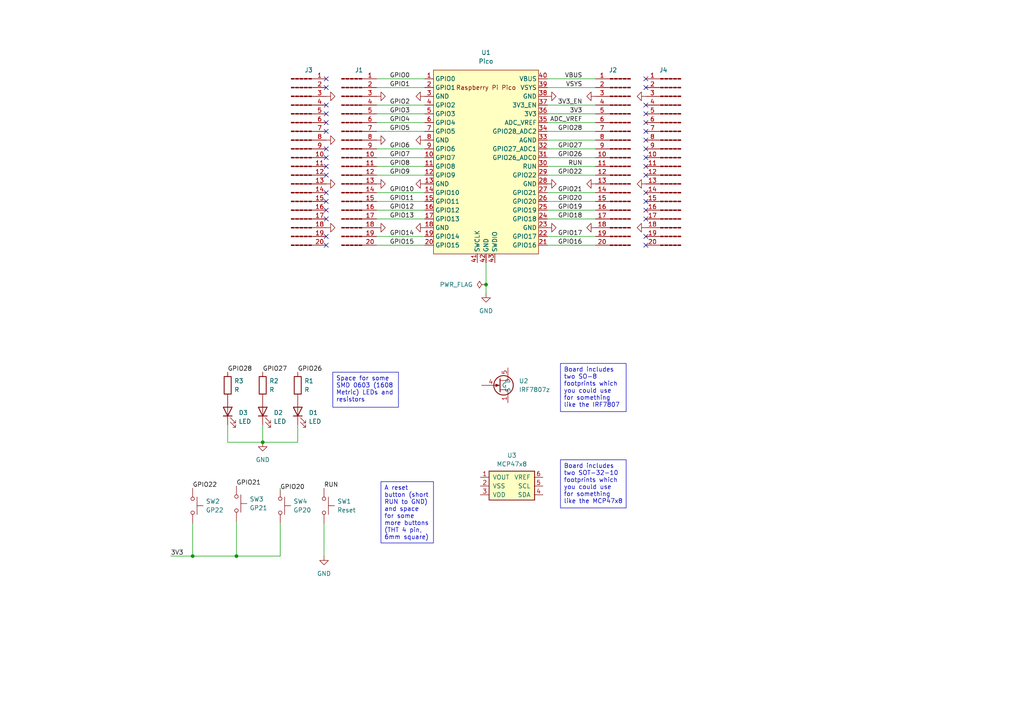
<source format=kicad_sch>
(kicad_sch (version 20230121) (generator eeschema)
  (paper "A4")
  (lib_symbols
    (symbol "0New_Library:MCP47x8" (pin_names (offset 1.016))
      (property "Reference" "U" (at -6.731 5.334 0))
      (property "Value" "MCP47x8" (at 6.477 5.334 0))
      (symbol "MCP47x8_0_1"
        (rectangle (start -6.731 4.318) (end 6.477 -4.064) (stroke (width 0.254)) (fill (type background)))
      )
      (symbol "MCP47x8_1_1"
        (pin power_out line (at -9.271 2.54 0) (length 2.54) (name "VOUT") (number "1"))
        (pin power_in line (at -9.271 0 0) (length 2.54) (name "VSS") (number "2"))
        (pin power_in line (at -9.271 -2.54 0) (length 2.54) (name "VDD") (number "3"))
        (pin input line (at 8.89 -2.54 180) (length 2.54) (name "SDA") (number "4"))
        (pin input line (at 8.89 0 180) (length 2.54) (name "SCL") (number "5"))
        (pin input line (at 8.89 2.54 180) (length 2.54) (name "VREF") (number "6"))
      )
    )
    (symbol "Device:LED" (pin_numbers hide) (pin_names (offset 1.016) hide)
      (property "Reference" "D" (at 0 2.54 0))
      (property "Value" "LED" (at 0 -2.54 0))
      (symbol "LED_0_1"
        (polyline (pts (xy -1.27 -1.27) (xy -1.27 1.27)) (stroke (width 0.254)))
        (polyline (pts (xy -1.27 0) (xy 1.27 0)))
        (polyline (pts (xy 1.27 -1.27) (xy 1.27 1.27) (xy -1.27 0) (xy 1.27 -1.27)) (stroke (width 0.254)))
        (polyline (pts (xy -3.048 -0.762) (xy -4.572 -2.286) (xy -3.81 -2.286) (xy -4.572 -2.286) (xy -4.572 -1.524)))
        (polyline (pts (xy -1.778 -0.762) (xy -3.302 -2.286) (xy -2.54 -2.286) (xy -3.302 -2.286) (xy -3.302 -1.524)))
      )
      (symbol "LED_1_1"
        (pin passive line (at -3.81 0 0) (length 2.54) (name "K") (number "1"))
        (pin passive line (at 3.81 0 180) (length 2.54) (name "A") (number "2"))
      )
    )
    (symbol "Device:R" (pin_numbers hide) (pin_names (offset 0))
      (property "Reference" "R" (at 2.032 0 90))
      (property "Value" "R" (at 0 0 90))
      (symbol "R_0_1"
        (rectangle (start -1.016 -2.54) (end 1.016 2.54) (stroke (width 0.254)))
      )
      (symbol "R_1_1"
        (pin passive line (at 0 3.81 270) (length 1.27) (name "~") (number "1"))
        (pin passive line (at 0 -3.81 90) (length 1.27) (name "~") (number "2"))
      )
    )
    (symbol "MCU_RaspberryPi_and_Boards:Pico"
      (property "Reference" "U" (at -13.97 27.94 0))
      (property "Value" "Pico" (at 0 19.05 0))
      (symbol "Pico_0_0"
        (text "Raspberry Pi Pico" (at 0 21.59 0) (effects (font (size 1.27 1.27))))
      )
      (symbol "Pico_0_1"
        (rectangle (start -15.24 26.67) (end 15.24 -26.67) (fill (type background)))
      )
      (symbol "Pico_1_1"
        (pin bidirectional line (at -17.78 24.13 0) (length 2.54) (name "GPIO0") (number "1"))
        (pin bidirectional line (at -17.78 1.27 0) (length 2.54) (name "GPIO7") (number "10"))
        (pin bidirectional line (at -17.78 -1.27 0) (length 2.54) (name "GPIO8") (number "11"))
        (pin bidirectional line (at -17.78 -3.81 0) (length 2.54) (name "GPIO9") (number "12"))
        (pin power_in line (at -17.78 -6.35 0) (length 2.54) (name "GND") (number "13"))
        (pin bidirectional line (at -17.78 -8.89 0) (length 2.54) (name "GPIO10") (number "14"))
        (pin bidirectional line (at -17.78 -11.43 0) (length 2.54) (name "GPIO11") (number "15"))
        (pin bidirectional line (at -17.78 -13.97 0) (length 2.54) (name "GPIO12") (number "16"))
        (pin bidirectional line (at -17.78 -16.51 0) (length 2.54) (name "GPIO13") (number "17"))
        (pin power_in line (at -17.78 -19.05 0) (length 2.54) (name "GND") (number "18"))
        (pin bidirectional line (at -17.78 -21.59 0) (length 2.54) (name "GPIO14") (number "19"))
        (pin bidirectional line (at -17.78 21.59 0) (length 2.54) (name "GPIO1") (number "2"))
        (pin bidirectional line (at -17.78 -24.13 0) (length 2.54) (name "GPIO15") (number "20"))
        (pin bidirectional line (at 17.78 -24.13 180) (length 2.54) (name "GPIO16") (number "21"))
        (pin bidirectional line (at 17.78 -21.59 180) (length 2.54) (name "GPIO17") (number "22"))
        (pin power_in line (at 17.78 -19.05 180) (length 2.54) (name "GND") (number "23"))
        (pin bidirectional line (at 17.78 -16.51 180) (length 2.54) (name "GPIO18") (number "24"))
        (pin bidirectional line (at 17.78 -13.97 180) (length 2.54) (name "GPIO19") (number "25"))
        (pin bidirectional line (at 17.78 -11.43 180) (length 2.54) (name "GPIO20") (number "26"))
        (pin bidirectional line (at 17.78 -8.89 180) (length 2.54) (name "GPIO21") (number "27"))
        (pin power_in line (at 17.78 -6.35 180) (length 2.54) (name "GND") (number "28"))
        (pin bidirectional line (at 17.78 -3.81 180) (length 2.54) (name "GPIO22") (number "29"))
        (pin power_in line (at -17.78 19.05 0) (length 2.54) (name "GND") (number "3"))
        (pin input line (at 17.78 -1.27 180) (length 2.54) (name "RUN") (number "30"))
        (pin bidirectional line (at 17.78 1.27 180) (length 2.54) (name "GPIO26_ADC0") (number "31"))
        (pin bidirectional line (at 17.78 3.81 180) (length 2.54) (name "GPIO27_ADC1") (number "32"))
        (pin power_in line (at 17.78 6.35 180) (length 2.54) (name "AGND") (number "33"))
        (pin bidirectional line (at 17.78 8.89 180) (length 2.54) (name "GPIO28_ADC2") (number "34"))
        (pin power_in line (at 17.78 11.43 180) (length 2.54) (name "ADC_VREF") (number "35"))
        (pin power_in line (at 17.78 13.97 180) (length 2.54) (name "3V3") (number "36"))
        (pin input line (at 17.78 16.51 180) (length 2.54) (name "3V3_EN") (number "37"))
        (pin bidirectional line (at 17.78 19.05 180) (length 2.54) (name "GND") (number "38"))
        (pin power_in line (at 17.78 21.59 180) (length 2.54) (name "VSYS") (number "39"))
        (pin bidirectional line (at -17.78 16.51 0) (length 2.54) (name "GPIO2") (number "4"))
        (pin power_in line (at 17.78 24.13 180) (length 2.54) (name "VBUS") (number "40"))
        (pin input line (at -2.54 -29.21 90) (length 2.54) (name "SWCLK") (number "41"))
        (pin power_in line (at 0 -29.21 90) (length 2.54) (name "GND") (number "42"))
        (pin bidirectional line (at 2.54 -29.21 90) (length 2.54) (name "SWDIO") (number "43"))
        (pin bidirectional line (at -17.78 13.97 0) (length 2.54) (name "GPIO3") (number "5"))
        (pin bidirectional line (at -17.78 11.43 0) (length 2.54) (name "GPIO4") (number "6"))
        (pin bidirectional line (at -17.78 8.89 0) (length 2.54) (name "GPIO5") (number "7"))
        (pin power_in line (at -17.78 6.35 0) (length 2.54) (name "GND") (number "8"))
        (pin bidirectional line (at -17.78 3.81 0) (length 2.54) (name "GPIO6") (number "9"))
      )
    )
    (symbol "Switch:SW_Push" (pin_numbers hide) (pin_names (offset 1.016) hide)
      (property "Reference" "SW" (at 1.27 2.54 0))
      (property "Value" "SW_Push" (at 0 -1.524 0))
      (symbol "SW_Push_0_1"
        (circle (center -2.032 0) (radius 0.508))
        (polyline (pts (xy 0 1.27) (xy 0 3.048)))
        (polyline (pts (xy 2.54 1.27) (xy -2.54 1.27)))
        (circle (center 2.032 0) (radius 0.508))
        (pin passive line (at -5.08 0 0) (length 2.54) (name "1") (number "1"))
        (pin passive line (at 5.08 0 180) (length 2.54) (name "2") (number "2"))
      )
    )
    (symbol "aNew_Library_0:Conn_05x20_Pin" (pin_names (offset 1.016) hide)
      (property "Reference" "J" (at 0 25.4 0))
      (property "Value" "Conn_05x20_Pin" (at 0 -27.94 0))
      (symbol "Conn_05x20_Pin_1_1"
        (rectangle (start -5.08 -25.273) (end -4.2164 -25.527) (stroke (width 0.1524)) (fill (type outline)))
        (rectangle (start -5.08 0.127) (end -4.2164 -0.127) (stroke (width 0.1524)) (fill (type outline)))
        (rectangle (start -4.2164 -22.733) (end -5.08 -22.987) (stroke (width 0.1524)) (fill (type outline)))
        (rectangle (start -4.2164 -20.193) (end -5.08 -20.447) (stroke (width 0.1524)) (fill (type outline)))
        (rectangle (start -4.2164 -17.653) (end -5.08 -17.907) (stroke (width 0.1524)) (fill (type outline)))
        (rectangle (start -4.2164 -15.113) (end -5.08 -15.367) (stroke (width 0.1524)) (fill (type outline)))
        (rectangle (start -4.2164 -12.573) (end -5.08 -12.827) (stroke (width 0.1524)) (fill (type outline)))
        (rectangle (start -4.2164 -10.033) (end -5.08 -10.287) (stroke (width 0.1524)) (fill (type outline)))
        (rectangle (start -4.2164 -7.493) (end -5.08 -7.747) (stroke (width 0.1524)) (fill (type outline)))
        (rectangle (start -4.2164 -4.953) (end -5.08 -5.207) (stroke (width 0.1524)) (fill (type outline)))
        (rectangle (start -4.2164 -2.413) (end -5.08 -2.667) (stroke (width 0.1524)) (fill (type outline)))
        (rectangle (start -4.2164 2.667) (end -5.08 2.413) (stroke (width 0.1524)) (fill (type outline)))
        (rectangle (start -4.2164 5.207) (end -5.08 4.953) (stroke (width 0.1524)) (fill (type outline)))
        (rectangle (start -4.2164 7.747) (end -5.08 7.493) (stroke (width 0.1524)) (fill (type outline)))
        (rectangle (start -4.2164 10.287) (end -5.08 10.033) (stroke (width 0.1524)) (fill (type outline)))
        (rectangle (start -4.2164 12.827) (end -5.08 12.573) (stroke (width 0.1524)) (fill (type outline)))
        (rectangle (start -4.2164 15.367) (end -5.08 15.113) (stroke (width 0.1524)) (fill (type outline)))
        (rectangle (start -4.2164 17.907) (end -5.08 17.653) (stroke (width 0.1524)) (fill (type outline)))
        (rectangle (start -4.2164 20.447) (end -5.08 20.193) (stroke (width 0.1524)) (fill (type outline)))
        (rectangle (start -4.2164 22.987) (end -5.08 22.733) (stroke (width 0.1524)) (fill (type outline)))
        (rectangle (start -3.81 -25.273) (end -2.9464 -25.527) (stroke (width 0.1524)) (fill (type outline)))
        (rectangle (start -3.81 0.127) (end -2.9464 -0.127) (stroke (width 0.1524)) (fill (type outline)))
        (rectangle (start -2.9464 -22.733) (end -3.81 -22.987) (stroke (width 0.1524)) (fill (type outline)))
        (rectangle (start -2.9464 -20.193) (end -3.81 -20.447) (stroke (width 0.1524)) (fill (type outline)))
        (rectangle (start -2.9464 -17.653) (end -3.81 -17.907) (stroke (width 0.1524)) (fill (type outline)))
        (rectangle (start -2.9464 -15.113) (end -3.81 -15.367) (stroke (width 0.1524)) (fill (type outline)))
        (rectangle (start -2.9464 -12.573) (end -3.81 -12.827) (stroke (width 0.1524)) (fill (type outline)))
        (rectangle (start -2.9464 -10.033) (end -3.81 -10.287) (stroke (width 0.1524)) (fill (type outline)))
        (rectangle (start -2.9464 -7.493) (end -3.81 -7.747) (stroke (width 0.1524)) (fill (type outline)))
        (rectangle (start -2.9464 -4.953) (end -3.81 -5.207) (stroke (width 0.1524)) (fill (type outline)))
        (rectangle (start -2.9464 -2.413) (end -3.81 -2.667) (stroke (width 0.1524)) (fill (type outline)))
        (rectangle (start -2.9464 2.667) (end -3.81 2.413) (stroke (width 0.1524)) (fill (type outline)))
        (rectangle (start -2.9464 5.207) (end -3.81 4.953) (stroke (width 0.1524)) (fill (type outline)))
        (rectangle (start -2.9464 7.747) (end -3.81 7.493) (stroke (width 0.1524)) (fill (type outline)))
        (rectangle (start -2.9464 10.287) (end -3.81 10.033) (stroke (width 0.1524)) (fill (type outline)))
        (rectangle (start -2.9464 12.827) (end -3.81 12.573) (stroke (width 0.1524)) (fill (type outline)))
        (rectangle (start -2.9464 15.367) (end -3.81 15.113) (stroke (width 0.1524)) (fill (type outline)))
        (rectangle (start -2.9464 17.907) (end -3.81 17.653) (stroke (width 0.1524)) (fill (type outline)))
        (rectangle (start -2.9464 20.447) (end -3.81 20.193) (stroke (width 0.1524)) (fill (type outline)))
        (rectangle (start -2.9464 22.987) (end -3.81 22.733) (stroke (width 0.1524)) (fill (type outline)))
        (rectangle (start -2.54 -25.273) (end -1.6764 -25.527) (stroke (width 0.1524)) (fill (type outline)))
        (rectangle (start -2.54 0.127) (end -1.6764 -0.127) (stroke (width 0.1524)) (fill (type outline)))
        (rectangle (start -1.6764 -22.733) (end -2.54 -22.987) (stroke (width 0.1524)) (fill (type outline)))
        (rectangle (start -1.6764 -20.193) (end -2.54 -20.447) (stroke (width 0.1524)) (fill (type outline)))
        (rectangle (start -1.6764 -17.653) (end -2.54 -17.907) (stroke (width 0.1524)) (fill (type outline)))
        (rectangle (start -1.6764 -15.113) (end -2.54 -15.367) (stroke (width 0.1524)) (fill (type outline)))
        (rectangle (start -1.6764 -12.573) (end -2.54 -12.827) (stroke (width 0.1524)) (fill (type outline)))
        (rectangle (start -1.6764 -10.033) (end -2.54 -10.287) (stroke (width 0.1524)) (fill (type outline)))
        (rectangle (start -1.6764 -7.493) (end -2.54 -7.747) (stroke (width 0.1524)) (fill (type outline)))
        (rectangle (start -1.6764 -4.953) (end -2.54 -5.207) (stroke (width 0.1524)) (fill (type outline)))
        (rectangle (start -1.6764 -2.413) (end -2.54 -2.667) (stroke (width 0.1524)) (fill (type outline)))
        (rectangle (start -1.6764 2.667) (end -2.54 2.413) (stroke (width 0.1524)) (fill (type outline)))
        (rectangle (start -1.6764 5.207) (end -2.54 4.953) (stroke (width 0.1524)) (fill (type outline)))
        (rectangle (start -1.6764 7.747) (end -2.54 7.493) (stroke (width 0.1524)) (fill (type outline)))
        (rectangle (start -1.6764 10.287) (end -2.54 10.033) (stroke (width 0.1524)) (fill (type outline)))
        (rectangle (start -1.6764 12.827) (end -2.54 12.573) (stroke (width 0.1524)) (fill (type outline)))
        (rectangle (start -1.6764 15.367) (end -2.54 15.113) (stroke (width 0.1524)) (fill (type outline)))
        (rectangle (start -1.6764 17.907) (end -2.54 17.653) (stroke (width 0.1524)) (fill (type outline)))
        (rectangle (start -1.6764 20.447) (end -2.54 20.193) (stroke (width 0.1524)) (fill (type outline)))
        (rectangle (start -1.6764 22.987) (end -2.54 22.733) (stroke (width 0.1524)) (fill (type outline)))
        (rectangle (start -1.27 -25.273) (end -0.4064 -25.527) (stroke (width 0.1524)) (fill (type outline)))
        (rectangle (start -1.27 0.127) (end -0.4064 -0.127) (stroke (width 0.1524)) (fill (type outline)))
        (rectangle (start -0.4064 -22.733) (end -1.27 -22.987) (stroke (width 0.1524)) (fill (type outline)))
        (rectangle (start -0.4064 -20.193) (end -1.27 -20.447) (stroke (width 0.1524)) (fill (type outline)))
        (rectangle (start -0.4064 -17.653) (end -1.27 -17.907) (stroke (width 0.1524)) (fill (type outline)))
        (rectangle (start -0.4064 -15.113) (end -1.27 -15.367) (stroke (width 0.1524)) (fill (type outline)))
        (rectangle (start -0.4064 -12.573) (end -1.27 -12.827) (stroke (width 0.1524)) (fill (type outline)))
        (rectangle (start -0.4064 -10.033) (end -1.27 -10.287) (stroke (width 0.1524)) (fill (type outline)))
        (rectangle (start -0.4064 -7.493) (end -1.27 -7.747) (stroke (width 0.1524)) (fill (type outline)))
        (rectangle (start -0.4064 -4.953) (end -1.27 -5.207) (stroke (width 0.1524)) (fill (type outline)))
        (rectangle (start -0.4064 -2.413) (end -1.27 -2.667) (stroke (width 0.1524)) (fill (type outline)))
        (rectangle (start -0.4064 2.667) (end -1.27 2.413) (stroke (width 0.1524)) (fill (type outline)))
        (rectangle (start -0.4064 5.207) (end -1.27 4.953) (stroke (width 0.1524)) (fill (type outline)))
        (rectangle (start -0.4064 7.747) (end -1.27 7.493) (stroke (width 0.1524)) (fill (type outline)))
        (rectangle (start -0.4064 10.287) (end -1.27 10.033) (stroke (width 0.1524)) (fill (type outline)))
        (rectangle (start -0.4064 12.827) (end -1.27 12.573) (stroke (width 0.1524)) (fill (type outline)))
        (rectangle (start -0.4064 15.367) (end -1.27 15.113) (stroke (width 0.1524)) (fill (type outline)))
        (rectangle (start -0.4064 17.907) (end -1.27 17.653) (stroke (width 0.1524)) (fill (type outline)))
        (rectangle (start -0.4064 20.447) (end -1.27 20.193) (stroke (width 0.1524)) (fill (type outline)))
        (rectangle (start -0.4064 22.987) (end -1.27 22.733) (stroke (width 0.1524)) (fill (type outline)))
        (rectangle (start 0 -25.273) (end 0.8636 -25.527) (stroke (width 0.1524)) (fill (type outline)))
        (polyline (pts (xy -3.81 -25.4) (xy -4.2164 -25.4)) (stroke (width 0.1524)))
        (polyline (pts (xy -3.81 -22.86) (xy -4.2164 -22.86)) (stroke (width 0.1524)))
        (polyline (pts (xy -3.81 -20.32) (xy -4.2164 -20.32)) (stroke (width 0.1524)))
        (polyline (pts (xy -3.81 -17.78) (xy -4.2164 -17.78)) (stroke (width 0.1524)))
        (polyline (pts (xy -3.81 -15.24) (xy -4.2164 -15.24)) (stroke (width 0.1524)))
        (polyline (pts (xy -3.81 -12.7) (xy -4.2164 -12.7)) (stroke (width 0.1524)))
        (polyline (pts (xy -3.81 -10.16) (xy -4.2164 -10.16)) (stroke (width 0.1524)))
        (polyline (pts (xy -3.81 -7.62) (xy -4.2164 -7.62)) (stroke (width 0.1524)))
        (polyline (pts (xy -3.81 -5.08) (xy -4.2164 -5.08)) (stroke (width 0.1524)))
        (polyline (pts (xy -3.81 -2.54) (xy -4.2164 -2.54)) (stroke (width 0.1524)))
        (polyline (pts (xy -3.81 0) (xy -4.2164 0)) (stroke (width 0.1524)))
        (polyline (pts (xy -3.81 2.54) (xy -4.2164 2.54)) (stroke (width 0.1524)))
        (polyline (pts (xy -3.81 5.08) (xy -4.2164 5.08)) (stroke (width 0.1524)))
        (polyline (pts (xy -3.81 7.62) (xy -4.2164 7.62)) (stroke (width 0.1524)))
        (polyline (pts (xy -3.81 10.16) (xy -4.2164 10.16)) (stroke (width 0.1524)))
        (polyline (pts (xy -3.81 12.7) (xy -4.2164 12.7)) (stroke (width 0.1524)))
        (polyline (pts (xy -3.81 15.24) (xy -4.2164 15.24)) (stroke (width 0.1524)))
        (polyline (pts (xy -3.81 17.78) (xy -4.2164 17.78)) (stroke (width 0.1524)))
        (polyline (pts (xy -3.81 20.32) (xy -4.2164 20.32)) (stroke (width 0.1524)))
        (polyline (pts (xy -3.81 22.86) (xy -4.2164 22.86)) (stroke (width 0.1524)))
        (polyline (pts (xy -2.54 -25.4) (xy -2.9464 -25.4)) (stroke (width 0.1524)))
        (polyline (pts (xy -2.54 -22.86) (xy -2.9464 -22.86)) (stroke (width 0.1524)))
        (polyline (pts (xy -2.54 -20.32) (xy -2.9464 -20.32)) (stroke (width 0.1524)))
        (polyline (pts (xy -2.54 -17.78) (xy -2.9464 -17.78)) (stroke (width 0.1524)))
        (polyline (pts (xy -2.54 -15.24) (xy -2.9464 -15.24)) (stroke (width 0.1524)))
        (polyline (pts (xy -2.54 -12.7) (xy -2.9464 -12.7)) (stroke (width 0.1524)))
        (polyline (pts (xy -2.54 -10.16) (xy -2.9464 -10.16)) (stroke (width 0.1524)))
        (polyline (pts (xy -2.54 -7.62) (xy -2.9464 -7.62)) (stroke (width 0.1524)))
        (polyline (pts (xy -2.54 -5.08) (xy -2.9464 -5.08)) (stroke (width 0.1524)))
        (polyline (pts (xy -2.54 -2.54) (xy -2.9464 -2.54)) (stroke (width 0.1524)))
        (polyline (pts (xy -2.54 0) (xy -2.9464 0)) (stroke (width 0.1524)))
        (polyline (pts (xy -2.54 2.54) (xy -2.9464 2.54)) (stroke (width 0.1524)))
        (polyline (pts (xy -2.54 5.08) (xy -2.9464 5.08)) (stroke (width 0.1524)))
        (polyline (pts (xy -2.54 7.62) (xy -2.9464 7.62)) (stroke (width 0.1524)))
        (polyline (pts (xy -2.54 10.16) (xy -2.9464 10.16)) (stroke (width 0.1524)))
        (polyline (pts (xy -2.54 12.7) (xy -2.9464 12.7)) (stroke (width 0.1524)))
        (polyline (pts (xy -2.54 15.24) (xy -2.9464 15.24)) (stroke (width 0.1524)))
        (polyline (pts (xy -2.54 17.78) (xy -2.9464 17.78)) (stroke (width 0.1524)))
        (polyline (pts (xy -2.54 20.32) (xy -2.9464 20.32)) (stroke (width 0.1524)))
        (polyline (pts (xy -2.54 22.86) (xy -2.9464 22.86)) (stroke (width 0.1524)))
        (polyline (pts (xy -1.27 -25.4) (xy -1.6764 -25.4)) (stroke (width 0.1524)))
        (polyline (pts (xy -1.27 -22.86) (xy -1.6764 -22.86)) (stroke (width 0.1524)))
        (polyline (pts (xy -1.27 -20.32) (xy -1.6764 -20.32)) (stroke (width 0.1524)))
        (polyline (pts (xy -1.27 -17.78) (xy -1.6764 -17.78)) (stroke (width 0.1524)))
        (polyline (pts (xy -1.27 -15.24) (xy -1.6764 -15.24)) (stroke (width 0.1524)))
        (polyline (pts (xy -1.27 -12.7) (xy -1.6764 -12.7)) (stroke (width 0.1524)))
        (polyline (pts (xy -1.27 -10.16) (xy -1.6764 -10.16)) (stroke (width 0.1524)))
        (polyline (pts (xy -1.27 -7.62) (xy -1.6764 -7.62)) (stroke (width 0.1524)))
        (polyline (pts (xy -1.27 -5.08) (xy -1.6764 -5.08)) (stroke (width 0.1524)))
        (polyline (pts (xy -1.27 -2.54) (xy -1.6764 -2.54)) (stroke (width 0.1524)))
        (polyline (pts (xy -1.27 0) (xy -1.6764 0)) (stroke (width 0.1524)))
        (polyline (pts (xy -1.27 2.54) (xy -1.6764 2.54)) (stroke (width 0.1524)))
        (polyline (pts (xy -1.27 5.08) (xy -1.6764 5.08)) (stroke (width 0.1524)))
        (polyline (pts (xy -1.27 7.62) (xy -1.6764 7.62)) (stroke (width 0.1524)))
        (polyline (pts (xy -1.27 10.16) (xy -1.6764 10.16)) (stroke (width 0.1524)))
        (polyline (pts (xy -1.27 12.7) (xy -1.6764 12.7)) (stroke (width 0.1524)))
        (polyline (pts (xy -1.27 15.24) (xy -1.6764 15.24)) (stroke (width 0.1524)))
        (polyline (pts (xy -1.27 17.78) (xy -1.6764 17.78)) (stroke (width 0.1524)))
        (polyline (pts (xy -1.27 20.32) (xy -1.6764 20.32)) (stroke (width 0.1524)))
        (polyline (pts (xy -1.27 22.86) (xy -1.6764 22.86)) (stroke (width 0.1524)))
        (polyline (pts (xy 0 -25.4) (xy -0.4064 -25.4)) (stroke (width 0.1524)))
        (polyline (pts (xy 0 -22.86) (xy -0.4064 -22.86)) (stroke (width 0.1524)))
        (polyline (pts (xy 0 -20.32) (xy -0.4064 -20.32)) (stroke (width 0.1524)))
        (polyline (pts (xy 0 -17.78) (xy -0.4064 -17.78)) (stroke (width 0.1524)))
        (polyline (pts (xy 0 -15.24) (xy -0.4064 -15.24)) (stroke (width 0.1524)))
        (polyline (pts (xy 0 -12.7) (xy -0.4064 -12.7)) (stroke (width 0.1524)))
        (polyline (pts (xy 0 -10.16) (xy -0.4064 -10.16)) (stroke (width 0.1524)))
        (polyline (pts (xy 0 -7.62) (xy -0.4064 -7.62)) (stroke (width 0.1524)))
        (polyline (pts (xy 0 -5.08) (xy -0.4064 -5.08)) (stroke (width 0.1524)))
        (polyline (pts (xy 0 -2.54) (xy -0.4064 -2.54)) (stroke (width 0.1524)))
        (polyline (pts (xy 0 0) (xy -0.4064 0)) (stroke (width 0.1524)))
        (polyline (pts (xy 0 2.54) (xy -0.4064 2.54)) (stroke (width 0.1524)))
        (polyline (pts (xy 0 5.08) (xy -0.4064 5.08)) (stroke (width 0.1524)))
        (polyline (pts (xy 0 7.62) (xy -0.4064 7.62)) (stroke (width 0.1524)))
        (polyline (pts (xy 0 10.16) (xy -0.4064 10.16)) (stroke (width 0.1524)))
        (polyline (pts (xy 0 12.7) (xy -0.4064 12.7)) (stroke (width 0.1524)))
        (polyline (pts (xy 0 15.24) (xy -0.4064 15.24)) (stroke (width 0.1524)))
        (polyline (pts (xy 0 17.78) (xy -0.4064 17.78)) (stroke (width 0.1524)))
        (polyline (pts (xy 0 20.32) (xy -0.4064 20.32)) (stroke (width 0.1524)))
        (polyline (pts (xy 0 22.86) (xy -0.4064 22.86)) (stroke (width 0.1524)))
        (polyline (pts (xy 1.27 -25.4) (xy 0.8636 -25.4)) (stroke (width 0.1524)))
        (polyline (pts (xy 1.27 -22.86) (xy 0.8636 -22.86)) (stroke (width 0.1524)))
        (polyline (pts (xy 1.27 -20.32) (xy 0.8636 -20.32)) (stroke (width 0.1524)))
        (polyline (pts (xy 1.27 -17.78) (xy 0.8636 -17.78)) (stroke (width 0.1524)))
        (polyline (pts (xy 1.27 -15.24) (xy 0.8636 -15.24)) (stroke (width 0.1524)))
        (polyline (pts (xy 1.27 -12.7) (xy 0.8636 -12.7)) (stroke (width 0.1524)))
        (polyline (pts (xy 1.27 -10.16) (xy 0.8636 -10.16)) (stroke (width 0.1524)))
        (polyline (pts (xy 1.27 -7.62) (xy 0.8636 -7.62)) (stroke (width 0.1524)))
        (polyline (pts (xy 1.27 -5.08) (xy 0.8636 -5.08)) (stroke (width 0.1524)))
        (polyline (pts (xy 1.27 -2.54) (xy 0.8636 -2.54)) (stroke (width 0.1524)))
        (polyline (pts (xy 1.27 0) (xy 0.8636 0)) (stroke (width 0.1524)))
        (polyline (pts (xy 1.27 2.54) (xy 0.8636 2.54)) (stroke (width 0.1524)))
        (polyline (pts (xy 1.27 5.08) (xy 0.8636 5.08)) (stroke (width 0.1524)))
        (polyline (pts (xy 1.27 7.62) (xy 0.8636 7.62)) (stroke (width 0.1524)))
        (polyline (pts (xy 1.27 10.16) (xy 0.8636 10.16)) (stroke (width 0.1524)))
        (polyline (pts (xy 1.27 12.7) (xy 0.8636 12.7)) (stroke (width 0.1524)))
        (polyline (pts (xy 1.27 15.24) (xy 0.8636 15.24)) (stroke (width 0.1524)))
        (polyline (pts (xy 1.27 17.78) (xy 0.8636 17.78)) (stroke (width 0.1524)))
        (polyline (pts (xy 1.27 20.32) (xy 0.8636 20.32)) (stroke (width 0.1524)))
        (polyline (pts (xy 1.27 22.86) (xy 0.8636 22.86)) (stroke (width 0.1524)))
        (rectangle (start 0.8636 -22.733) (end 0 -22.987) (stroke (width 0.1524)) (fill (type outline)))
        (rectangle (start 0.8636 -20.193) (end 0 -20.447) (stroke (width 0.1524)) (fill (type outline)))
        (rectangle (start 0.8636 -17.653) (end 0 -17.907) (stroke (width 0.1524)) (fill (type outline)))
        (rectangle (start 0.8636 -15.113) (end 0 -15.367) (stroke (width 0.1524)) (fill (type outline)))
        (rectangle (start 0.8636 -12.573) (end 0 -12.827) (stroke (width 0.1524)) (fill (type outline)))
        (rectangle (start 0.8636 -10.033) (end 0 -10.287) (stroke (width 0.1524)) (fill (type outline)))
        (rectangle (start 0.8636 -7.493) (end 0 -7.747) (stroke (width 0.1524)) (fill (type outline)))
        (rectangle (start 0.8636 -4.953) (end 0 -5.207) (stroke (width 0.1524)) (fill (type outline)))
        (rectangle (start 0.8636 -2.413) (end 0 -2.667) (stroke (width 0.1524)) (fill (type outline)))
        (rectangle (start 0.8636 0.127) (end 0 -0.127) (stroke (width 0.1524)) (fill (type outline)))
        (rectangle (start 0.8636 2.667) (end 0 2.413) (stroke (width 0.1524)) (fill (type outline)))
        (rectangle (start 0.8636 5.207) (end 0 4.953) (stroke (width 0.1524)) (fill (type outline)))
        (rectangle (start 0.8636 7.747) (end 0 7.493) (stroke (width 0.1524)) (fill (type outline)))
        (rectangle (start 0.8636 10.287) (end 0 10.033) (stroke (width 0.1524)) (fill (type outline)))
        (rectangle (start 0.8636 12.827) (end 0 12.573) (stroke (width 0.1524)) (fill (type outline)))
        (rectangle (start 0.8636 15.367) (end 0 15.113) (stroke (width 0.1524)) (fill (type outline)))
        (rectangle (start 0.8636 17.907) (end 0 17.653) (stroke (width 0.1524)) (fill (type outline)))
        (rectangle (start 0.8636 20.447) (end 0 20.193) (stroke (width 0.1524)) (fill (type outline)))
        (rectangle (start 0.8636 22.987) (end 0 22.733) (stroke (width 0.1524)) (fill (type outline)))
        (pin passive line (at 5.08 22.86 180) (length 3.81) (name "Pin_1") (number "1"))
        (pin passive line (at 5.08 0 180) (length 3.81) (name "Pin_10") (number "10"))
        (pin passive line (at 5.08 -2.54 180) (length 3.81) (name "Pin_11") (number "11"))
        (pin passive line (at 5.08 -5.08 180) (length 3.81) (name "Pin_12") (number "12"))
        (pin passive line (at 5.08 -7.62 180) (length 3.81) (name "Pin_13") (number "13"))
        (pin passive line (at 5.08 -10.16 180) (length 3.81) (name "Pin_14") (number "14"))
        (pin passive line (at 5.08 -12.7 180) (length 3.81) (name "Pin_15") (number "15"))
        (pin passive line (at 5.08 -15.24 180) (length 3.81) (name "Pin_16") (number "16"))
        (pin passive line (at 5.08 -17.78 180) (length 3.81) (name "Pin_17") (number "17"))
        (pin passive line (at 5.08 -20.32 180) (length 3.81) (name "Pin_18") (number "18"))
        (pin passive line (at 5.08 -22.86 180) (length 3.81) (name "Pin_19") (number "19"))
        (pin passive line (at 5.08 20.32 180) (length 3.81) (name "Pin_2") (number "2"))
        (pin passive line (at 5.08 -25.4 180) (length 3.81) (name "Pin_20") (number "20"))
        (pin passive line (at 5.08 17.78 180) (length 3.81) (name "Pin_3") (number "3"))
        (pin passive line (at 5.08 15.24 180) (length 3.81) (name "Pin_4") (number "4"))
        (pin passive line (at 5.08 12.7 180) (length 3.81) (name "Pin_5") (number "5"))
        (pin passive line (at 5.08 10.16 180) (length 3.81) (name "Pin_6") (number "6"))
        (pin passive line (at 5.08 7.62 180) (length 3.81) (name "Pin_7") (number "7"))
        (pin passive line (at 5.08 5.08 180) (length 3.81) (name "Pin_8") (number "8"))
        (pin passive line (at 5.08 2.54 180) (length 3.81) (name "Pin_9") (number "9"))
      )
    )
    (symbol "aNew_Library_0:IRF7807z"
      (property "Reference" "U" (at -5.08 5.08 0))
      (property "Value" "IRF7807z" (at -6.35 -3.81 0))
      (symbol "IRF7807z_0_1"
        (polyline (pts (xy -1.016 1.905) (xy -1.016 -1.905) (xy -1.016 -1.905)) (stroke (width 0.254)))
        (polyline (pts (xy 1.27 -2.54) (xy 1.27 -1.27) (xy -1.016 -1.27)))
        (polyline (pts (xy 1.27 2.54) (xy 1.27 1.397) (xy -1.016 1.397)))
        (polyline (pts (xy -1.27 0) (xy -2.286 0.381) (xy -2.286 -0.381) (xy -1.27 0)) (fill (type outline)))
        (circle (center 0 0) (radius 2.8194) (stroke (width 0.254)))
      )
      (symbol "IRF7807z_1_1"
        (pin passive line (at 1.27 -5.08 90) (length 2.54) (name "S") (number "1"))
        (pin input line (at -6.35 0 0) (length 5.334) (name "G") (number "4"))
        (pin passive line (at 1.27 5.08 270) (length 2.54) (name "D") (number "5"))
      )
    )
    (symbol "power:GND" (power) (pin_names (offset 0))
      (property "Value" "GND" (at 0 -3.81 0))
      (symbol "GND_0_1"
        (polyline (pts (xy 0 0) (xy 0 -1.27) (xy 1.27 -1.27) (xy 0 -2.54) (xy -1.27 -1.27) (xy 0 -1.27)))
      )
      (symbol "GND_1_1"
        (pin power_in line (at 0 0 270) (length 0) hide (name "GND") (number "1"))
      )
    )
    (symbol "power:PWR_FLAG" (power) (pin_numbers hide) (pin_names (offset 0) hide)
      (property "Value" "PWR_FLAG" (at 0 3.81 0))
      (symbol "PWR_FLAG_0_0"
        (pin power_out line (at 0 0 90) (length 0) (name "pwr") (number "1"))
      )
      (symbol "PWR_FLAG_0_1"
        (polyline (pts (xy 0 0) (xy 0 1.27) (xy -1.016 1.905) (xy 0 2.54) (xy 1.016 1.905) (xy 0 1.27)))
      )
    )
  )
  (junction (at 55.88 161.29))
  (junction (at 140.97 82.55))
  (junction (at 68.58 161.29))
  (junction (at 76.2 128.27))
  (no_connect (at 187.325 33.02))
  (no_connect (at 94.615 33.02))
  (no_connect (at 94.615 68.58))
  (no_connect (at 187.325 40.64))
  (no_connect (at 94.615 22.86))
  (no_connect (at 94.615 60.96))
  (no_connect (at 187.325 58.42))
  (no_connect (at 94.615 25.4))
  (no_connect (at 94.615 43.18))
  (no_connect (at 187.325 63.5))
  (no_connect (at 187.325 35.56))
  (no_connect (at 94.615 45.72))
  (no_connect (at 94.615 55.88))
  (no_connect (at 187.325 25.4))
  (no_connect (at 94.615 50.8))
  (no_connect (at 187.325 71.12))
  (no_connect (at 94.615 30.48))
  (no_connect (at 187.325 43.18))
  (no_connect (at 94.615 71.12))
  (no_connect (at 94.615 63.5))
  (no_connect (at 187.325 60.96))
  (no_connect (at 187.325 45.72))
  (no_connect (at 187.325 55.88))
  (no_connect (at 187.325 50.8))
  (no_connect (at 187.325 68.58))
  (no_connect (at 187.325 30.48))
  (no_connect (at 94.615 38.1))
  (no_connect (at 187.325 22.86))
  (no_connect (at 94.615 58.42))
  (no_connect (at 94.615 48.26))
  (no_connect (at 94.615 35.56))
  (no_connect (at 187.325 48.26))
  (no_connect (at 187.325 38.1))
  (wire (pts (xy 158.75 60.96) (xy 172.72 60.96)))
  (wire (pts (xy 158.75 35.56) (xy 172.72 35.56)))
  (wire (pts (xy 76.2 123.19) (xy 76.2 128.27)))
  (wire (pts (xy 158.75 43.18) (xy 172.72 43.18)))
  (wire (pts (xy 123.19 71.12) (xy 109.22 71.12)))
  (wire (pts (xy 140.97 82.55) (xy 140.97 76.2)))
  (wire (pts (xy 158.75 30.48) (xy 172.72 30.48)))
  (wire (pts (xy 66.04 128.27) (xy 76.2 128.27)))
  (wire (pts (xy 86.36 123.19) (xy 86.36 128.27)))
  (wire (pts (xy 123.19 63.5) (xy 109.22 63.5)))
  (wire (pts (xy 123.19 60.96) (xy 109.22 60.96)))
  (wire (pts (xy 66.04 128.27) (xy 66.04 123.19)))
  (wire (pts (xy 123.19 30.48) (xy 109.22 30.48)))
  (wire (pts (xy 123.19 55.88) (xy 109.22 55.88)))
  (wire (pts (xy 55.88 151.765) (xy 55.88 161.29)))
  (wire (pts (xy 123.19 25.4) (xy 109.22 25.4)))
  (wire (pts (xy 49.53 161.29) (xy 55.88 161.29)))
  (wire (pts (xy 68.58 151.13) (xy 68.58 161.29)))
  (wire (pts (xy 158.75 50.8) (xy 172.72 50.8)))
  (wire (pts (xy 93.98 151.765) (xy 93.98 161.29)))
  (wire (pts (xy 123.19 38.1) (xy 109.22 38.1)))
  (wire (pts (xy 123.19 58.42) (xy 109.22 58.42)))
  (wire (pts (xy 140.97 85.09) (xy 140.97 82.55)))
  (wire (pts (xy 81.28 151.765) (xy 81.28 161.29)))
  (wire (pts (xy 158.75 38.1) (xy 172.72 38.1)))
  (wire (pts (xy 123.19 68.58) (xy 109.22 68.58)))
  (wire (pts (xy 158.75 25.4) (xy 172.72 25.4)))
  (wire (pts (xy 55.88 161.29) (xy 68.58 161.29)))
  (wire (pts (xy 123.19 33.02) (xy 109.22 33.02)))
  (wire (pts (xy 158.75 40.64) (xy 172.72 40.64)))
  (wire (pts (xy 123.19 45.72) (xy 109.22 45.72)))
  (wire (pts (xy 158.75 68.58) (xy 172.72 68.58)))
  (wire (pts (xy 123.19 50.8) (xy 109.22 50.8)))
  (wire (pts (xy 158.75 22.86) (xy 172.72 22.86)))
  (wire (pts (xy 123.19 43.18) (xy 109.22 43.18)))
  (wire (pts (xy 123.19 48.26) (xy 109.22 48.26)))
  (wire (pts (xy 76.2 128.27) (xy 86.36 128.27)))
  (wire (pts (xy 81.28 141.605) (xy 81.28 142.24)))
  (wire (pts (xy 158.75 58.42) (xy 172.72 58.42)))
  (wire (pts (xy 158.75 45.72) (xy 172.72 45.72)))
  (wire (pts (xy 123.19 35.56) (xy 109.22 35.56)))
  (wire (pts (xy 158.75 71.12) (xy 172.72 71.12)))
  (wire (pts (xy 68.58 161.29) (xy 81.28 161.29)))
  (wire (pts (xy 158.75 55.88) (xy 172.72 55.88)))
  (wire (pts (xy 158.75 48.26) (xy 172.72 48.26)))
  (wire (pts (xy 158.75 63.5) (xy 172.72 63.5)))
  (wire (pts (xy 158.75 33.02) (xy 172.72 33.02)))
  (wire (pts (xy 123.19 22.86) (xy 109.22 22.86)))
  (text_box "Board includes two SO-8 footprints which you could use for something like the IRF7807" (at 162.56 105.41 0) (size 19.05 13.97) (effects (font (size 1.27 1.27)) (justify left top)))
  (text_box "Space for some SMD 0603 (1608 Metric) LEDs and resistors" (at 96.52 107.95 0) (size 19.05 10.16) (effects (font (size 1.27 1.27)) (justify left top)))
  (text_box "A reset button (short RUN to GND) and space for some more buttons (THT 4 pin, 6mm square)" (at 110.49 139.7 0) (size 15.24 17.78) (effects (font (size 1.27 1.27)) (justify left top)))
  (text_box "Board includes two SOT-32-10 footprints which you could use for something like the MCP47x8" (at 162.56 133.35 0) (size 19.05 13.97) (effects (font (size 1.27 1.27)) (justify left top)))
  (label "GPIO20" (at 81.28 142.24 0))
  (label "GPIO26" (at 168.91 45.72 180))
  (label "GPIO3" (at 113.03 33.02 0))
  (label "GPIO18" (at 168.91 63.5 180))
  (label "GPIO2" (at 113.03 30.48 0))
  (label "GPIO9" (at 113.03 50.8 0))
  (label "3V3" (at 49.53 161.29 0))
  (label "3V3" (at 168.91 33.02 180))
  (label "ADC_VREF" (at 168.91 35.56 180))
  (label "GPIO26" (at 86.36 107.95 0))
  (label "GPIO16" (at 168.91 71.12 180))
  (label "GPIO21" (at 68.58 140.97 0))
  (label "GPIO22" (at 168.91 50.8 180))
  (label "GPIO27" (at 168.91 43.18 180))
  (label "RUN" (at 168.91 48.26 180))
  (label "GPIO28" (at 66.04 107.95 0))
  (label "GPIO13" (at 113.03 63.5 0))
  (label "GPIO22" (at 55.88 141.605 0))
  (label "GPIO15" (at 113.03 71.12 0))
  (label "GPIO20" (at 168.91 58.42 180))
  (label "GPIO17" (at 168.91 68.58 180))
  (label "GPIO28" (at 168.91 38.1 180))
  (label "GPIO0" (at 113.03 22.86 0))
  (label "GPIO10" (at 113.03 55.88 0))
  (label "GPIO6" (at 113.03 43.18 0))
  (label "GPIO11" (at 113.03 58.42 0))
  (label "GPIO12" (at 113.03 60.96 0))
  (label "RUN" (at 93.98 141.605 0))
  (label "VBUS" (at 168.91 22.86 180))
  (label "GPIO4" (at 113.03 35.56 0))
  (label "GPIO1" (at 113.03 25.4 0))
  (label "GPIO19" (at 168.91 60.96 180))
  (label "GPIO5" (at 113.03 38.1 0))
  (label "GPIO27" (at 76.2 107.95 0))
  (label "GPIO21" (at 168.91 55.88 180))
  (label "GPIO8" (at 113.03 48.26 0))
  (label "GPIO14" (at 113.03 68.58 0))
  (label "GPIO7" (at 113.03 45.72 0))
  (label "3V3_EN" (at 168.91 30.48 180))
  (label "VSYS" (at 168.91 25.4 180))
  (symbol (lib_id "power:GND") (at 158.75 53.34 90) (unit 1)
    (property "Reference" "#PWR015" (effects hide))
    (property "Value" "GND" (effects hide))
  )
  (symbol (lib_id "power:GND") (at 187.325 27.94 270) (unit 1)
    (property "Reference" "#PWR01" (effects hide))
    (property "Value" "GND" (effects hide))
  )
  (symbol (lib_id "power:GND") (at 109.22 53.34 90) (unit 1)
    (property "Reference" "#PWR019" (effects hide))
    (property "Value" "GND" (effects hide))
  )
  (symbol (lib_id "power:GND") (at 93.98 161.29 0) (unit 1)
    (property "Reference" "#PWR014" (effects hide))
    (property "Value" "GND" (at 93.98 166.37 0))
  )
  (symbol (lib_id "power:GND") (at 158.75 66.04 90) (unit 1)
    (property "Reference" "#PWR016" (effects hide))
    (property "Value" "GND" (effects hide))
  )
  (symbol (lib_id "Device:LED") (at 66.04 119.38 90) (unit 1)
    (property "Reference" "D3" (at 69.215 119.6975 90) (effects (justify right)))
    (property "Value" "LED" (at 69.215 122.2375 90) (effects (justify right)))
    (property "Footprint" "LED_SMD:LED_0603_1608Metric_Pad1.05x0.95mm_HandSolder" (effects hide))
  )
  (symbol (lib_id "Device:R") (at 86.36 111.76 0) (unit 1)
    (property "Reference" "R1" (at 88.265 110.49 0) (effects (justify left)))
    (property "Value" "R" (at 88.265 113.03 0) (effects (justify left)))
    (property "Footprint" "Resistor_SMD:R_0603_1608Metric_Pad0.98x0.95mm_HandSolder" (effects hide))
  )
  (symbol (lib_id "power:GND") (at 94.615 66.04 90) (mirror x) (unit 1)
    (property "Reference" "#PWR011" (effects hide))
    (property "Value" "GND" (effects hide))
  )
  (symbol (lib_id "power:GND") (at 140.97 85.09 0) (unit 1)
    (property "Reference" "#PWR04" (effects hide))
    (property "Value" "GND" (at 140.97 90.17 0))
  )
  (symbol (lib_id "power:PWR_FLAG") (at 140.97 82.55 90) (unit 1)
    (property "Reference" "#FLG01" (effects hide))
    (property "Value" "PWR_FLAG" (at 137.16 82.55 90) (effects (justify left)))
  )
  (symbol (lib_id "Device:LED") (at 86.36 119.38 90) (unit 1)
    (property "Reference" "D1" (at 89.535 119.6975 90) (effects (justify right)))
    (property "Value" "LED" (at 89.535 122.2375 90) (effects (justify right)))
    (property "Footprint" "LED_SMD:LED_0603_1608Metric_Pad1.05x0.95mm_HandSolder" (effects hide))
  )
  (symbol (lib_id "aNew_Library_0:IRF7807z") (at 146.05 111.76 0) (unit 1)
    (property "Reference" "U2" (at 150.495 110.49 0) (effects (justify left)))
    (property "Value" "IRF7807z" (at 150.495 113.03 0) (effects (justify left)))
    (property "Footprint" "aLibrary:SO-8_IRF7808z" (effects hide))
  )
  (symbol (lib_id "power:GND") (at 187.325 66.04 270) (unit 1)
    (property "Reference" "#PWR012" (effects hide))
    (property "Value" "GND" (effects hide))
  )
  (symbol (lib_id "power:GND") (at 123.19 66.04 270) (mirror x) (unit 1)
    (property "Reference" "#PWR07" (effects hide))
    (property "Value" "GND" (effects hide))
  )
  (symbol (lib_id "power:GND") (at 172.72 53.34 270) (mirror x) (unit 1)
    (property "Reference" "#PWR023" (effects hide))
    (property "Value" "GND" (effects hide))
  )
  (symbol (lib_id "power:GND") (at 94.615 40.64 90) (mirror x) (unit 1)
    (property "Reference" "#PWR09" (effects hide))
    (property "Value" "GND" (effects hide))
  )
  (symbol (lib_id "power:GND") (at 123.19 53.34 270) (mirror x) (unit 1)
    (property "Reference" "#PWR06" (effects hide))
    (property "Value" "GND" (effects hide))
  )
  (symbol (lib_id "power:GND") (at 187.325 53.34 270) (unit 1)
    (property "Reference" "#PWR03" (effects hide))
    (property "Value" "GND" (effects hide))
  )
  (symbol (lib_id "power:GND") (at 109.22 27.94 90) (unit 1)
    (property "Reference" "#PWR017" (effects hide))
    (property "Value" "GND" (effects hide))
  )
  (symbol (lib_id "aNew_Library_0:Conn_05x20_Pin") (at 104.14 45.72 0) (unit 1)
    (property "Reference" "J1" (at 104.14 20.32 0))
    (property "Value" "Conn_05x20_Pin" (effects hide))
    (property "Footprint" "aLibrary:PicoBreakout_5x20_P2.54mm_Vertical" (effects hide))
  )
  (symbol (lib_id "power:GND") (at 123.19 40.64 270) (mirror x) (unit 1)
    (property "Reference" "#PWR043" (effects hide))
    (property "Value" "GND" (effects hide))
  )
  (symbol (lib_id "Switch:SW_Push") (at 68.58 146.05 270) (unit 1)
    (property "Reference" "SW3" (at 72.39 144.78 90) (effects (justify left)))
    (property "Value" "GP21" (at 72.39 147.32 90) (effects (justify left)))
    (property "Footprint" "Button_Switch_THT:SW_PUSH_6mm" (effects hide))
  )
  (symbol (lib_id "Device:R") (at 66.04 111.76 0) (unit 1)
    (property "Reference" "R3" (at 67.945 110.49 0) (effects (justify left)))
    (property "Value" "R" (at 67.945 113.03 0) (effects (justify left)))
    (property "Footprint" "Resistor_SMD:R_0603_1608Metric_Pad0.98x0.95mm_HandSolder" (effects hide))
  )
  (symbol (lib_id "power:GND") (at 109.22 66.04 90) (unit 1)
    (property "Reference" "#PWR020" (effects hide))
    (property "Value" "GND" (effects hide))
  )
  (symbol (lib_id "power:GND") (at 123.19 27.94 270) (mirror x) (unit 1)
    (property "Reference" "#PWR05" (effects hide))
    (property "Value" "GND" (effects hide))
  )
  (symbol (lib_id "MCU_RaspberryPi_and_Boards:Pico") (at 140.97 46.99 0) (unit 1)
    (property "Reference" "U1" (at 140.97 15.24 0))
    (property "Value" "Pico" (at 140.97 17.78 0))
    (property "Footprint" "MCU_RaspberryPi_and_Boards:RPi_Pico_SMD_TH" (effects hide))
  )
  (symbol (lib_id "power:GND") (at 172.72 66.04 270) (mirror x) (unit 1)
    (property "Reference" "#PWR024" (effects hide))
    (property "Value" "GND" (effects hide))
  )
  (symbol (lib_id "0New_Library:MCP47x8") (at 148.59 140.97 0) (unit 1)
    (property "Reference" "U3" (at 148.463 132.08 0))
    (property "Value" "MCP47x8" (at 148.463 134.62 0))
    (property "Footprint" "Package_TO_SOT_SMD:SOT-23-8_Handsoldering" (effects hide))
  )
  (symbol (lib_id "aNew_Library_0:Conn_05x20_Pin") (at 177.8 45.72 0) (mirror y) (unit 1)
    (property "Reference" "J2" (at 177.8 20.32 0))
    (property "Value" "Conn_05x20_Pin" (effects hide))
    (property "Footprint" "aLibrary:PicoBreakout_5x20_P2.54mm_Vertical" (effects hide))
  )
  (symbol (lib_id "Device:R") (at 76.2 111.76 0) (unit 1)
    (property "Reference" "R2" (at 78.105 110.49 0) (effects (justify left)))
    (property "Value" "R" (at 78.105 113.03 0) (effects (justify left)))
    (property "Footprint" "Resistor_SMD:R_0603_1608Metric_Pad0.98x0.95mm_HandSolder" (effects hide))
  )
  (symbol (lib_id "aNew_Library_0:Conn_05x20_Pin") (at 89.535 45.72 0) (unit 1)
    (property "Reference" "J3" (at 89.535 20.32 0))
    (property "Value" "Conn_05x20_Pin" (effects hide))
    (property "Footprint" "aLibrary:PicoBreakout_5x20_P2.54mm_Vertical" (effects hide))
  )
  (symbol (lib_id "power:GND") (at 109.22 40.64 90) (unit 1)
    (property "Reference" "#PWR018" (effects hide))
    (property "Value" "GND" (effects hide))
  )
  (symbol (lib_id "power:GND") (at 94.615 27.94 90) (mirror x) (unit 1)
    (property "Reference" "#PWR08" (effects hide))
    (property "Value" "GND" (effects hide))
  )
  (symbol (lib_id "Switch:SW_Push") (at 93.98 146.685 270) (unit 1)
    (property "Reference" "SW1" (at 97.79 145.415 90) (effects (justify left)))
    (property "Value" "Reset" (at 97.79 147.955 90) (effects (justify left)))
    (property "Footprint" "Button_Switch_THT:SW_PUSH_6mm" (effects hide))
  )
  (symbol (lib_id "power:GND") (at 94.615 53.34 90) (mirror x) (unit 1)
    (property "Reference" "#PWR010" (effects hide))
    (property "Value" "GND" (effects hide))
  )
  (symbol (lib_id "power:GND") (at 172.72 27.94 270) (mirror x) (unit 1)
    (property "Reference" "#PWR021" (effects hide))
    (property "Value" "GND" (effects hide))
  )
  (symbol (lib_id "power:GND") (at 76.2 128.27 0) (unit 1)
    (property "Reference" "#PWR025" (effects hide))
    (property "Value" "GND" (at 76.2 133.35 0))
  )
  (symbol (lib_id "Device:LED") (at 76.2 119.38 90) (unit 1)
    (property "Reference" "D2" (at 79.375 119.6975 90) (effects (justify right)))
    (property "Value" "LED" (at 79.375 122.2375 90) (effects (justify right)))
    (property "Footprint" "LED_SMD:LED_0603_1608Metric_Pad1.05x0.95mm_HandSolder" (effects hide))
  )
  (symbol (lib_id "power:GND") (at 158.75 27.94 90) (unit 1)
    (property "Reference" "#PWR013" (effects hide))
    (property "Value" "GND" (effects hide))
  )
  (symbol (lib_id "Switch:SW_Push") (at 55.88 146.685 270) (unit 1)
    (property "Reference" "SW2" (at 59.69 145.415 90) (effects (justify left)))
    (property "Value" "GP22" (at 59.69 147.955 90) (effects (justify left)))
    (property "Footprint" "Button_Switch_THT:SW_PUSH_6mm" (effects hide))
  )
  (symbol (lib_id "Switch:SW_Push") (at 81.28 146.685 270) (unit 1)
    (property "Reference" "SW4" (at 85.09 145.415 90) (effects (justify left)))
    (property "Value" "GP20" (at 85.09 147.955 90) (effects (justify left)))
    (property "Footprint" "Button_Switch_THT:SW_PUSH_6mm" (effects hide))
  )
  (symbol (lib_id "aNew_Library_0:Conn_05x20_Pin") (at 192.405 45.72 0) (mirror y) (unit 1)
    (property "Reference" "J4" (at 192.405 20.32 0))
    (property "Value" "Conn_05x20_Pin" (effects hide))
    (property "Footprint" "aLibrary:PicoBreakout_5x20_P2.54mm_Vertical" (effects hide))
  )
)
</source>
